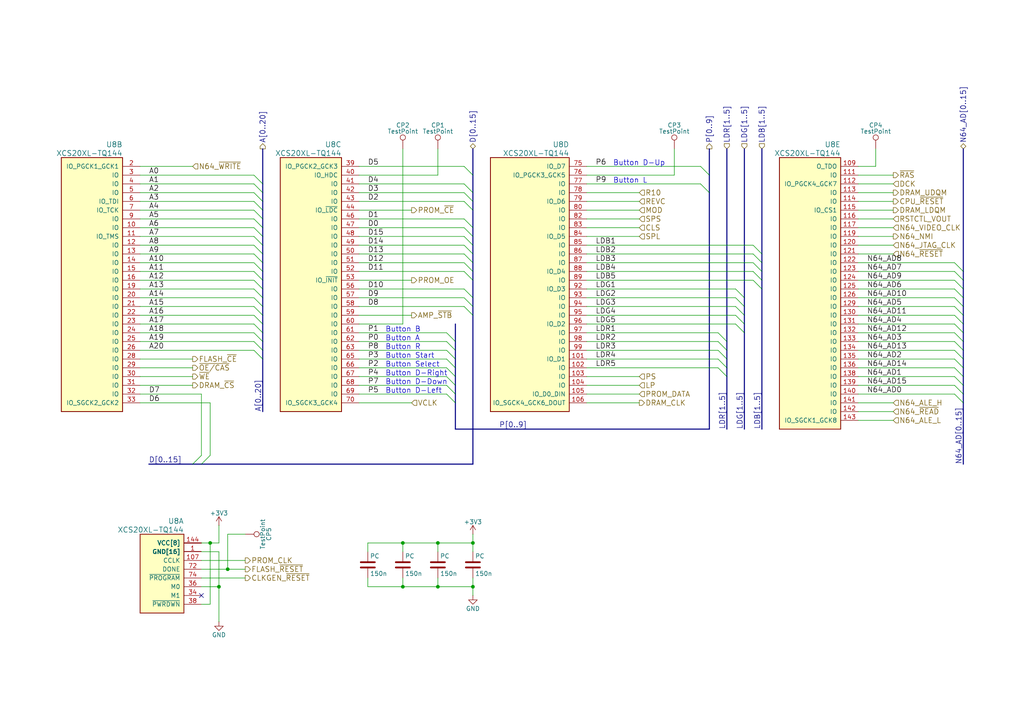
<source format=kicad_sch>
(kicad_sch (version 20231120) (generator "eeschema") (generator_version "8.0")
  (paper "A4")
  (title_block (title "Wide-Boy64 AGB") (date "2024-09-22") (rev "3") (company "CC-BY-SA-4.0 Michael Singer") (comment 1 "https://github.com/msinger/wideboy/") (comment 2 "http://iceboy.a-singer.de/"))
  (lib_symbols
    (symbol "Connector:TestPoint" (pin_numbers hide) (pin_names (offset 0.762) hide)
      (property "Reference" "TP" (at 0 6.858 0))
      (property "Value" "TestPoint" (at 0 5.08 0))
      (symbol "TestPoint_0_1"
        (circle (center 0 3.302) (radius 0.762))
      )
      (symbol "TestPoint_1_1"
        (pin passive line (at 0 0 90) (length 2.54) (name "1") (number "1"))
      )
    )
    (symbol "Device:C" (pin_numbers hide) (pin_names (offset 0.254))
      (property "Reference" "C" (at 0.635 2.54 0))
      (property "Value" "C" (at 0.635 -2.54 0))
      (symbol "C_0_1"
        (polyline (pts (xy -2.032 -0.762) (xy 2.032 -0.762)) (stroke (width 0.508)))
        (polyline (pts (xy -2.032 0.762) (xy 2.032 0.762)) (stroke (width 0.508)))
      )
      (symbol "C_1_1"
        (pin passive line (at 0 3.81 270) (length 2.794) (name "~") (number "1"))
        (pin passive line (at 0 -3.81 90) (length 2.794) (name "~") (number "2"))
      )
    )
    (symbol "FPGA_Xilinx_Spartan_XCS20:XCS20-TQ144" (pin_names (offset 1.016))
      (property "Reference" "U" (at 5.08 6.35 0))
      (property "Value" "XCS20-TQ144" (at 5.08 3.81 0))
      (symbol "XCS20-TQ144_1_1"
        (rectangle (start 5.08 2.54) (end 17.78 -20.32) (stroke (width 0.254)) (fill (type background)))
        (pin power_in line (at 0 -2.54 0) (length 5.08) (name "GND[16]") (number "1"))
        (pin power_in line (at 0 -2.54 0) (length 5.08) (name "GND[16]") (number "100"))
        (pin bidirectional line (at 0 -5.08 0) (length 5.08) (name "CCLK") (number "107"))
        (pin power_in line (at 0 0 0) (length 5.08) (name "VCC[8]") (number "108"))
        (pin power_in line (at 0 -2.54 0) (length 5.08) (name "GND[16]") (number "110"))
        (pin power_in line (at 0 -2.54 0) (length 5.08) (name "GND[16]") (number "118"))
        (pin power_in line (at 0 -2.54 0) (length 5.08) (name "GND[16]") (number "127"))
        (pin power_in line (at 0 0 0) (length 5.08) (name "VCC[8]") (number "128"))
        (pin power_in line (at 0 -2.54 0) (length 5.08) (name "GND[16]") (number "137"))
        (pin power_in line (at 0 0 0) (length 5.08) (name "VCC[8]") (number "144"))
        (pin power_in line (at 0 -2.54 0) (length 5.08) (name "GND[16]") (number "17"))
        (pin power_in line (at 0 0 0) (length 5.08) (name "VCC[8]") (number "18"))
        (pin power_in line (at 0 -2.54 0) (length 5.08) (name "GND[16]") (number "27"))
        (pin input line (at 0 -15.24 0) (length 5.08) (name "M1") (number "34"))
        (pin power_in line (at 0 -2.54 0) (length 5.08) (name "GND[16]") (number "35"))
        (pin input line (at 0 -12.7 0) (length 5.08) (name "M0") (number "36"))
        (pin power_in line (at 0 0 0) (length 5.08) (name "VCC[8]") (number "37"))
        (pin input line (at 0 -17.78 0) (length 5.08) (name "~{PWRDWN}") (number "38"))
        (pin power_in line (at 0 -2.54 0) (length 5.08) (name "GND[16]") (number "45"))
        (pin power_in line (at 0 0 0) (length 5.08) (name "VCC[8]") (number "54"))
        (pin power_in line (at 0 -2.54 0) (length 5.08) (name "GND[16]") (number "55"))
        (pin power_in line (at 0 -2.54 0) (length 5.08) (name "GND[16]") (number "64"))
        (pin power_in line (at 0 -2.54 0) (length 5.08) (name "GND[16]") (number "71"))
        (pin bidirectional line (at 0 -7.62 0) (length 5.08) (name "DONE") (number "72"))
        (pin power_in line (at 0 0 0) (length 5.08) (name "VCC[8]") (number "73"))
        (pin input line (at 0 -10.16 0) (length 5.08) (name "~{PROGRAM}") (number "74"))
        (pin power_in line (at 0 -2.54 0) (length 5.08) (name "GND[16]") (number "8"))
        (pin power_in line (at 0 -2.54 0) (length 5.08) (name "GND[16]") (number "81"))
        (pin power_in line (at 0 0 0) (length 5.08) (name "VCC[8]") (number "90"))
        (pin power_in line (at 0 -2.54 0) (length 5.08) (name "GND[16]") (number "91"))
      )
      (symbol "XCS20-TQ144_2_1"
        (rectangle (start 5.08 2.54) (end 22.86 -71.12) (stroke (width 0.254)) (fill (type background)))
        (pin bidirectional line (at 0 -17.78 0) (length 5.08) (name "IO") (number "10"))
        (pin bidirectional line (at 0 -20.32 0) (length 5.08) (name "IO_TMS") (number "11"))
        (pin bidirectional line (at 0 -22.86 0) (length 5.08) (name "IO") (number "12"))
        (pin bidirectional line (at 0 -25.4 0) (length 5.08) (name "IO") (number "13"))
        (pin bidirectional line (at 0 -27.94 0) (length 5.08) (name "IO") (number "14"))
        (pin bidirectional line (at 0 -30.48 0) (length 5.08) (name "IO") (number "15"))
        (pin bidirectional line (at 0 -33.02 0) (length 5.08) (name "IO") (number "16"))
        (pin bidirectional line (at 0 -35.56 0) (length 5.08) (name "IO") (number "19"))
        (pin bidirectional line (at 0 0 0) (length 5.08) (name "IO_PGCK1_GCK1") (number "2"))
        (pin bidirectional line (at 0 -38.1 0) (length 5.08) (name "IO") (number "20"))
        (pin bidirectional line (at 0 -40.64 0) (length 5.08) (name "IO") (number "21"))
        (pin bidirectional line (at 0 -43.18 0) (length 5.08) (name "IO") (number "22"))
        (pin bidirectional line (at 0 -45.72 0) (length 5.08) (name "IO") (number "23"))
        (pin bidirectional line (at 0 -48.26 0) (length 5.08) (name "IO") (number "24"))
        (pin bidirectional line (at 0 -50.8 0) (length 5.08) (name "IO") (number "25"))
        (pin bidirectional line (at 0 -53.34 0) (length 5.08) (name "IO") (number "26"))
        (pin bidirectional line (at 0 -55.88 0) (length 5.08) (name "IO") (number "28"))
        (pin bidirectional line (at 0 -58.42 0) (length 5.08) (name "IO") (number "29"))
        (pin bidirectional line (at 0 -2.54 0) (length 5.08) (name "IO") (number "3"))
        (pin bidirectional line (at 0 -60.96 0) (length 5.08) (name "IO") (number "30"))
        (pin bidirectional line (at 0 -63.5 0) (length 5.08) (name "IO") (number "31"))
        (pin bidirectional line (at 0 -66.04 0) (length 5.08) (name "IO") (number "32"))
        (pin bidirectional line (at 0 -68.58 0) (length 5.08) (name "IO_SGCK2_GCK2") (number "33"))
        (pin bidirectional line (at 0 -5.08 0) (length 5.08) (name "IO") (number "4"))
        (pin bidirectional line (at 0 -7.62 0) (length 5.08) (name "IO") (number "5"))
        (pin bidirectional line (at 0 -10.16 0) (length 5.08) (name "IO_TDI") (number "6"))
        (pin bidirectional line (at 0 -12.7 0) (length 5.08) (name "IO_TCK") (number "7"))
        (pin bidirectional line (at 0 -15.24 0) (length 5.08) (name "IO") (number "9"))
      )
      (symbol "XCS20-TQ144_3_1"
        (rectangle (start 5.08 2.54) (end 22.86 -71.12) (stroke (width 0.254)) (fill (type background)))
        (pin bidirectional line (at 0 0 0) (length 5.08) (name "IO_PGCK2_GCK3") (number "39"))
        (pin bidirectional line (at 0 -2.54 0) (length 5.08) (name "IO_HDC") (number "40"))
        (pin bidirectional line (at 0 -5.08 0) (length 5.08) (name "IO") (number "41"))
        (pin bidirectional line (at 0 -7.62 0) (length 5.08) (name "IO") (number "42"))
        (pin bidirectional line (at 0 -10.16 0) (length 5.08) (name "IO") (number "43"))
        (pin bidirectional line (at 0 -12.7 0) (length 5.08) (name "IO_~{LDC}") (number "44"))
        (pin bidirectional line (at 0 -15.24 0) (length 5.08) (name "IO") (number "46"))
        (pin bidirectional line (at 0 -17.78 0) (length 5.08) (name "IO") (number "47"))
        (pin bidirectional line (at 0 -20.32 0) (length 5.08) (name "IO") (number "48"))
        (pin bidirectional line (at 0 -22.86 0) (length 5.08) (name "IO") (number "49"))
        (pin bidirectional line (at 0 -25.4 0) (length 5.08) (name "IO") (number "50"))
        (pin bidirectional line (at 0 -27.94 0) (length 5.08) (name "IO") (number "51"))
        (pin bidirectional line (at 0 -30.48 0) (length 5.08) (name "IO") (number "52"))
        (pin bidirectional line (at 0 -33.02 0) (length 5.08) (name "IO_~{INIT}") (number "53"))
        (pin bidirectional line (at 0 -35.56 0) (length 5.08) (name "IO") (number "56"))
        (pin bidirectional line (at 0 -38.1 0) (length 5.08) (name "IO") (number "57"))
        (pin bidirectional line (at 0 -40.64 0) (length 5.08) (name "IO") (number "58"))
        (pin bidirectional line (at 0 -43.18 0) (length 5.08) (name "IO") (number "59"))
        (pin bidirectional line (at 0 -45.72 0) (length 5.08) (name "IO") (number "60"))
        (pin bidirectional line (at 0 -48.26 0) (length 5.08) (name "IO") (number "61"))
        (pin bidirectional line (at 0 -50.8 0) (length 5.08) (name "IO") (number "62"))
        (pin bidirectional line (at 0 -53.34 0) (length 5.08) (name "IO") (number "63"))
        (pin bidirectional line (at 0 -55.88 0) (length 5.08) (name "IO") (number "65"))
        (pin bidirectional line (at 0 -58.42 0) (length 5.08) (name "IO") (number "66"))
        (pin bidirectional line (at 0 -60.96 0) (length 5.08) (name "IO") (number "67"))
        (pin bidirectional line (at 0 -63.5 0) (length 5.08) (name "IO") (number "68"))
        (pin bidirectional line (at 0 -66.04 0) (length 5.08) (name "IO") (number "69"))
        (pin bidirectional line (at 0 -68.58 0) (length 5.08) (name "IO_SGCK3_GCK4") (number "70"))
      )
      (symbol "XCS20-TQ144_4_1"
        (rectangle (start 5.08 2.54) (end 27.94 -71.12) (stroke (width 0.254)) (fill (type background)))
        (pin bidirectional line (at 0 -55.88 0) (length 5.08) (name "IO_D1") (number "101"))
        (pin bidirectional line (at 0 -58.42 0) (length 5.08) (name "IO") (number "102"))
        (pin bidirectional line (at 0 -60.96 0) (length 5.08) (name "IO") (number "103"))
        (pin bidirectional line (at 0 -63.5 0) (length 5.08) (name "IO") (number "104"))
        (pin bidirectional line (at 0 -66.04 0) (length 5.08) (name "IO_D0_DIN") (number "105"))
        (pin bidirectional line (at 0 -68.58 0) (length 5.08) (name "IO_SGCK4_GCK6_DOUT") (number "106"))
        (pin bidirectional line (at 0 0 0) (length 5.08) (name "IO_D7") (number "75"))
        (pin bidirectional line (at 0 -2.54 0) (length 5.08) (name "IO_PGCK3_GCK5") (number "76"))
        (pin bidirectional line (at 0 -5.08 0) (length 5.08) (name "IO") (number "77"))
        (pin bidirectional line (at 0 -7.62 0) (length 5.08) (name "IO") (number "78"))
        (pin bidirectional line (at 0 -10.16 0) (length 5.08) (name "IO_D6") (number "79"))
        (pin bidirectional line (at 0 -12.7 0) (length 5.08) (name "IO") (number "80"))
        (pin bidirectional line (at 0 -15.24 0) (length 5.08) (name "IO") (number "82"))
        (pin bidirectional line (at 0 -17.78 0) (length 5.08) (name "IO") (number "83"))
        (pin bidirectional line (at 0 -20.32 0) (length 5.08) (name "IO_D5") (number "84"))
        (pin bidirectional line (at 0 -22.86 0) (length 5.08) (name "IO") (number "85"))
        (pin bidirectional line (at 0 -25.4 0) (length 5.08) (name "IO") (number "86"))
        (pin bidirectional line (at 0 -27.94 0) (length 5.08) (name "IO") (number "87"))
        (pin bidirectional line (at 0 -30.48 0) (length 5.08) (name "IO_D4") (number "88"))
        (pin bidirectional line (at 0 -33.02 0) (length 5.08) (name "IO") (number "89"))
        (pin bidirectional line (at 0 -35.56 0) (length 5.08) (name "IO_D3") (number "92"))
        (pin bidirectional line (at 0 -38.1 0) (length 5.08) (name "IO") (number "93"))
        (pin bidirectional line (at 0 -40.64 0) (length 5.08) (name "IO") (number "94"))
        (pin bidirectional line (at 0 -43.18 0) (length 5.08) (name "IO") (number "95"))
        (pin bidirectional line (at 0 -45.72 0) (length 5.08) (name "IO_D2") (number "96"))
        (pin bidirectional line (at 0 -48.26 0) (length 5.08) (name "IO") (number "97"))
        (pin bidirectional line (at 0 -50.8 0) (length 5.08) (name "IO") (number "98"))
        (pin bidirectional line (at 0 -53.34 0) (length 5.08) (name "IO") (number "99"))
      )
      (symbol "XCS20-TQ144_5_1"
        (rectangle (start 5.08 2.54) (end 22.86 -76.2) (stroke (width 0.254)) (fill (type background)))
        (pin output line (at 0 0 0) (length 5.08) (name "O_TDO") (number "109"))
        (pin bidirectional line (at 0 -2.54 0) (length 5.08) (name "IO") (number "111"))
        (pin bidirectional line (at 0 -5.08 0) (length 5.08) (name "IO_PGCK4_GCK7") (number "112"))
        (pin bidirectional line (at 0 -7.62 0) (length 5.08) (name "IO") (number "113"))
        (pin bidirectional line (at 0 -10.16 0) (length 5.08) (name "IO") (number "114"))
        (pin bidirectional line (at 0 -12.7 0) (length 5.08) (name "IO_CS1") (number "115"))
        (pin bidirectional line (at 0 -15.24 0) (length 5.08) (name "IO") (number "116"))
        (pin bidirectional line (at 0 -17.78 0) (length 5.08) (name "IO") (number "117"))
        (pin bidirectional line (at 0 -20.32 0) (length 5.08) (name "IO") (number "119"))
        (pin bidirectional line (at 0 -22.86 0) (length 5.08) (name "IO") (number "120"))
        (pin bidirectional line (at 0 -25.4 0) (length 5.08) (name "IO") (number "121"))
        (pin bidirectional line (at 0 -27.94 0) (length 5.08) (name "IO") (number "122"))
        (pin bidirectional line (at 0 -30.48 0) (length 5.08) (name "IO") (number "123"))
        (pin bidirectional line (at 0 -33.02 0) (length 5.08) (name "IO") (number "124"))
        (pin bidirectional line (at 0 -35.56 0) (length 5.08) (name "IO") (number "125"))
        (pin bidirectional line (at 0 -38.1 0) (length 5.08) (name "IO") (number "126"))
        (pin bidirectional line (at 0 -40.64 0) (length 5.08) (name "IO") (number "129"))
        (pin bidirectional line (at 0 -43.18 0) (length 5.08) (name "IO") (number "130"))
        (pin bidirectional line (at 0 -45.72 0) (length 5.08) (name "IO") (number "131"))
        (pin bidirectional line (at 0 -48.26 0) (length 5.08) (name "IO") (number "132"))
        (pin bidirectional line (at 0 -50.8 0) (length 5.08) (name "IO") (number "133"))
        (pin bidirectional line (at 0 -53.34 0) (length 5.08) (name "IO") (number "134"))
        (pin bidirectional line (at 0 -55.88 0) (length 5.08) (name "IO") (number "135"))
        (pin bidirectional line (at 0 -58.42 0) (length 5.08) (name "IO") (number "136"))
        (pin bidirectional line (at 0 -60.96 0) (length 5.08) (name "IO") (number "138"))
        (pin bidirectional line (at 0 -63.5 0) (length 5.08) (name "IO") (number "139"))
        (pin bidirectional line (at 0 -66.04 0) (length 5.08) (name "IO") (number "140"))
        (pin bidirectional line (at 0 -68.58 0) (length 5.08) (name "IO") (number "141"))
        (pin bidirectional line (at 0 -71.12 0) (length 5.08) (name "IO") (number "142"))
        (pin bidirectional line (at 0 -73.66 0) (length 5.08) (name "IO_SGCK1_GCK8") (number "143"))
      )
    )
    (symbol "power:+3V3" (power) (pin_numbers hide) (pin_names (offset 0) hide)
      (property "Value" "+3V3" (at 0 3.556 0))
      (symbol "+3V3_0_1"
        (polyline (pts (xy -0.762 1.27) (xy 0 2.54)))
        (polyline (pts (xy 0 0) (xy 0 2.54)))
        (polyline (pts (xy 0 2.54) (xy 0.762 1.27)))
      )
      (symbol "+3V3_1_1"
        (pin power_in line (at 0 0 90) (length 0) (name "~") (number "1"))
      )
    )
    (symbol "power:GND" (power) (pin_numbers hide) (pin_names (offset 0) hide)
      (property "Value" "GND" (at 0 -3.81 0))
      (symbol "GND_0_1"
        (polyline (pts (xy 0 0) (xy 0 -1.27) (xy 1.27 -1.27) (xy 0 -2.54) (xy -1.27 -1.27) (xy 0 -1.27)))
      )
      (symbol "GND_1_1"
        (pin power_in line (at 0 0 270) (length 0) (name "~") (number "1"))
      )
    )
  )
  (junction (at 137.16 157.48))
  (junction (at 127 157.48))
  (junction (at 116.84 170.18))
  (junction (at 116.84 157.48))
  (junction (at 137.16 170.18))
  (junction (at 60.96 157.48))
  (junction (at 127 170.18))
  (junction (at 66.04 165.1))
  (junction (at 63.5 170.18))
  (no_connect (at 58.42 172.72))
  (bus_entry (at 129.54 96.52) (size 2.54 2.54))
  (bus_entry (at 134.62 53.34) (size 2.54 2.54))
  (bus_entry (at 73.66 71.12) (size 2.54 2.54))
  (bus_entry (at 203.2 53.34) (size 2.54 2.54))
  (bus_entry (at 208.28 106.68) (size 2.54 2.54))
  (bus_entry (at 276.86 111.76) (size 2.54 2.54))
  (bus_entry (at 73.66 50.8) (size 2.54 2.54))
  (bus_entry (at 134.62 66.04) (size 2.54 2.54))
  (bus_entry (at 129.54 109.22) (size 2.54 2.54))
  (bus_entry (at 276.86 104.14) (size 2.54 2.54))
  (bus_entry (at 134.62 58.42) (size 2.54 2.54))
  (bus_entry (at 276.86 109.22) (size 2.54 2.54))
  (bus_entry (at 73.66 83.82) (size 2.54 2.54))
  (bus_entry (at 73.66 73.66) (size 2.54 2.54))
  (bus_entry (at 134.62 73.66) (size 2.54 2.54))
  (bus_entry (at 218.44 78.74) (size 2.54 2.54))
  (bus_entry (at 129.54 106.68) (size 2.54 2.54))
  (bus_entry (at 276.86 83.82) (size 2.54 2.54))
  (bus_entry (at 218.44 76.2) (size 2.54 2.54))
  (bus_entry (at 129.54 101.6) (size 2.54 2.54))
  (bus_entry (at 73.66 78.74) (size 2.54 2.54))
  (bus_entry (at 129.54 114.3) (size 2.54 2.54))
  (bus_entry (at 134.62 86.36) (size 2.54 2.54))
  (bus_entry (at 73.66 66.04) (size 2.54 2.54))
  (bus_entry (at 73.66 55.88) (size 2.54 2.54))
  (bus_entry (at 73.66 68.58) (size 2.54 2.54))
  (bus_entry (at 134.62 71.12) (size 2.54 2.54))
  (bus_entry (at 73.66 96.52) (size 2.54 2.54))
  (bus_entry (at 218.44 71.12) (size 2.54 2.54))
  (bus_entry (at 129.54 99.06) (size 2.54 2.54))
  (bus_entry (at 276.86 78.74) (size 2.54 2.54))
  (bus_entry (at 208.28 101.6) (size 2.54 2.54))
  (bus_entry (at 213.36 86.36) (size 2.54 2.54))
  (bus_entry (at 73.66 93.98) (size 2.54 2.54))
  (bus_entry (at 73.66 91.44) (size 2.54 2.54))
  (bus_entry (at 208.28 96.52) (size 2.54 2.54))
  (bus_entry (at 203.2 48.26) (size 2.54 2.54))
  (bus_entry (at 73.66 81.28) (size 2.54 2.54))
  (bus_entry (at 218.44 81.28) (size 2.54 2.54))
  (bus_entry (at 218.44 73.66) (size 2.54 2.54))
  (bus_entry (at 276.86 114.3) (size 2.54 2.54))
  (bus_entry (at 276.86 106.68) (size 2.54 2.54))
  (bus_entry (at 134.62 63.5) (size 2.54 2.54))
  (bus_entry (at 276.86 101.6) (size 2.54 2.54))
  (bus_entry (at 276.86 91.44) (size 2.54 2.54))
  (bus_entry (at 213.36 91.44) (size 2.54 2.54))
  (bus_entry (at 276.86 96.52) (size 2.54 2.54))
  (bus_entry (at 73.66 63.5) (size 2.54 2.54))
  (bus_entry (at 73.66 101.6) (size 2.54 2.54))
  (bus_entry (at 134.62 76.2) (size 2.54 2.54))
  (bus_entry (at 73.66 76.2) (size 2.54 2.54))
  (bus_entry (at 213.36 93.98) (size 2.54 2.54))
  (bus_entry (at 129.54 111.76) (size 2.54 2.54))
  (bus_entry (at 134.62 83.82) (size 2.54 2.54))
  (bus_entry (at 276.86 88.9) (size 2.54 2.54))
  (bus_entry (at 73.66 86.36) (size 2.54 2.54))
  (bus_entry (at 73.66 53.34) (size 2.54 2.54))
  (bus_entry (at 55.88 134.62) (size 2.54 -2.54))
  (bus_entry (at 134.62 88.9) (size 2.54 2.54))
  (bus_entry (at 134.62 78.74) (size 2.54 2.54))
  (bus_entry (at 276.86 93.98) (size 2.54 2.54))
  (bus_entry (at 276.86 86.36) (size 2.54 2.54))
  (bus_entry (at 134.62 55.88) (size 2.54 2.54))
  (bus_entry (at 276.86 81.28) (size 2.54 2.54))
  (bus_entry (at 213.36 83.82) (size 2.54 2.54))
  (bus_entry (at 213.36 88.9) (size 2.54 2.54))
  (bus_entry (at 73.66 88.9) (size 2.54 2.54))
  (bus_entry (at 208.28 99.06) (size 2.54 2.54))
  (bus_entry (at 73.66 99.06) (size 2.54 2.54))
  (bus_entry (at 276.86 99.06) (size 2.54 2.54))
  (bus_entry (at 134.62 68.58) (size 2.54 2.54))
  (bus_entry (at 276.86 76.2) (size 2.54 2.54))
  (bus_entry (at 73.66 58.42) (size 2.54 2.54))
  (bus_entry (at 134.62 48.26) (size 2.54 2.54))
  (bus_entry (at 129.54 104.14) (size 2.54 2.54))
  (bus_entry (at 208.28 104.14) (size 2.54 2.54))
  (bus_entry (at 73.66 60.96) (size 2.54 2.54))
  (bus_entry (at 58.42 134.62) (size 2.54 -2.54))
  (bus (pts (xy 132.08 106.68) (xy 132.08 109.22)))
  (wire (pts (xy 208.28 96.52) (xy 170.18 96.52)))
  (wire (pts (xy 73.66 86.36) (xy 40.64 86.36)))
  (wire (pts (xy 73.66 63.5) (xy 40.64 63.5)))
  (bus (pts (xy 215.9 86.36) (xy 215.9 88.9)))
  (wire (pts (xy 104.14 116.84) (xy 119.38 116.84)))
  (bus (pts (xy 279.4 114.3) (xy 279.4 116.84)))
  (wire (pts (xy 129.54 106.68) (xy 104.14 106.68)))
  (wire (pts (xy 73.66 68.58) (xy 40.64 68.58)))
  (wire (pts (xy 73.66 73.66) (xy 40.64 73.66)))
  (wire (pts (xy 73.66 66.04) (xy 40.64 66.04)))
  (bus (pts (xy 220.98 81.28) (xy 220.98 83.82)))
  (wire (pts (xy 127 167.64) (xy 127 170.18)))
  (wire (pts (xy 134.62 78.74) (xy 104.14 78.74)))
  (wire (pts (xy 127 170.18) (xy 116.84 170.18)))
  (wire (pts (xy 127 157.48) (xy 137.16 157.48)))
  (bus (pts (xy 76.2 66.04) (xy 76.2 68.58)))
  (wire (pts (xy 208.28 99.06) (xy 170.18 99.06)))
  (wire (pts (xy 276.86 88.9) (xy 248.92 88.9)))
  (wire (pts (xy 129.54 114.3) (xy 104.14 114.3)))
  (bus (pts (xy 137.16 88.9) (xy 137.16 86.36)))
  (wire (pts (xy 276.86 76.2) (xy 248.92 76.2)))
  (wire (pts (xy 276.86 86.36) (xy 248.92 86.36)))
  (wire (pts (xy 66.04 154.94) (xy 66.04 165.1)))
  (bus (pts (xy 279.4 91.44) (xy 279.4 93.98)))
  (wire (pts (xy 170.18 58.42) (xy 185.42 58.42)))
  (bus (pts (xy 43.18 134.62) (xy 55.88 134.62)))
  (wire (pts (xy 208.28 104.14) (xy 170.18 104.14)))
  (wire (pts (xy 127 157.48) (xy 127 160.02)))
  (bus (pts (xy 210.82 99.06) (xy 210.82 101.6)))
  (bus (pts (xy 76.2 73.66) (xy 76.2 76.2)))
  (wire (pts (xy 185.42 55.88) (xy 170.18 55.88)))
  (bus (pts (xy 132.08 99.06) (xy 132.08 101.6)))
  (bus (pts (xy 132.08 124.46) (xy 205.74 124.46)))
  (wire (pts (xy 58.42 160.02) (xy 63.5 160.02)))
  (wire (pts (xy 254 43.18) (xy 254 48.26)))
  (wire (pts (xy 203.2 48.26) (xy 170.18 48.26)))
  (bus (pts (xy 76.2 91.44) (xy 76.2 93.98)))
  (wire (pts (xy 170.18 50.8) (xy 195.58 50.8)))
  (wire (pts (xy 134.62 48.26) (xy 104.14 48.26)))
  (wire (pts (xy 134.62 53.34) (xy 104.14 53.34)))
  (wire (pts (xy 276.86 83.82) (xy 248.92 83.82)))
  (wire (pts (xy 60.96 132.08) (xy 60.96 116.84)))
  (bus (pts (xy 220.98 78.74) (xy 220.98 81.28)))
  (wire (pts (xy 71.12 154.94) (xy 66.04 154.94)))
  (wire (pts (xy 134.62 73.66) (xy 104.14 73.66)))
  (wire (pts (xy 73.66 96.52) (xy 40.64 96.52)))
  (wire (pts (xy 129.54 111.76) (xy 104.14 111.76)))
  (wire (pts (xy 73.66 50.8) (xy 40.64 50.8)))
  (bus (pts (xy 137.16 86.36) (xy 137.16 81.28)))
  (wire (pts (xy 58.42 175.26) (xy 60.96 175.26)))
  (bus (pts (xy 76.2 55.88) (xy 76.2 58.42)))
  (bus (pts (xy 76.2 83.82) (xy 76.2 86.36)))
  (wire (pts (xy 63.5 160.02) (xy 63.5 170.18)))
  (bus (pts (xy 76.2 71.12) (xy 76.2 73.66)))
  (bus (pts (xy 210.82 104.14) (xy 210.82 106.68)))
  (wire (pts (xy 203.2 53.34) (xy 170.18 53.34)))
  (bus (pts (xy 137.16 91.44) (xy 137.16 88.9)))
  (bus (pts (xy 220.98 43.18) (xy 220.98 73.66)))
  (wire (pts (xy 259.08 60.96) (xy 248.92 60.96)))
  (wire (pts (xy 276.86 106.68) (xy 248.92 106.68)))
  (wire (pts (xy 276.86 93.98) (xy 248.92 93.98)))
  (bus (pts (xy 220.98 83.82) (xy 220.98 124.46)))
  (wire (pts (xy 73.66 55.88) (xy 40.64 55.88)))
  (bus (pts (xy 137.16 73.66) (xy 137.16 71.12)))
  (bus (pts (xy 205.74 50.8) (xy 205.74 43.18)))
  (wire (pts (xy 58.42 157.48) (xy 60.96 157.48)))
  (bus (pts (xy 76.2 99.06) (xy 76.2 101.6)))
  (bus (pts (xy 279.4 111.76) (xy 279.4 114.3)))
  (wire (pts (xy 60.96 175.26) (xy 60.96 157.48)))
  (wire (pts (xy 55.88 104.14) (xy 40.64 104.14)))
  (wire (pts (xy 134.62 63.5) (xy 104.14 63.5)))
  (bus (pts (xy 137.16 134.62) (xy 137.16 91.44)))
  (wire (pts (xy 116.84 160.02) (xy 116.84 157.48)))
  (bus (pts (xy 279.4 43.18) (xy 279.4 78.74)))
  (wire (pts (xy 73.66 83.82) (xy 40.64 83.82)))
  (bus (pts (xy 279.4 109.22) (xy 279.4 111.76)))
  (wire (pts (xy 134.62 71.12) (xy 104.14 71.12)))
  (wire (pts (xy 129.54 104.14) (xy 104.14 104.14)))
  (wire (pts (xy 276.86 81.28) (xy 248.92 81.28)))
  (wire (pts (xy 73.66 53.34) (xy 40.64 53.34)))
  (wire (pts (xy 276.86 99.06) (xy 248.92 99.06)))
  (wire (pts (xy 116.84 157.48) (xy 127 157.48)))
  (bus (pts (xy 55.88 134.62) (xy 58.42 134.62)))
  (wire (pts (xy 134.62 86.36) (xy 104.14 86.36)))
  (wire (pts (xy 73.66 58.42) (xy 40.64 58.42)))
  (wire (pts (xy 137.16 157.48) (xy 137.16 160.02)))
  (bus (pts (xy 137.16 66.04) (xy 137.16 60.96)))
  (bus (pts (xy 205.74 55.88) (xy 205.74 50.8)))
  (wire (pts (xy 137.16 170.18) (xy 127 170.18)))
  (bus (pts (xy 215.9 91.44) (xy 215.9 93.98)))
  (bus (pts (xy 279.4 81.28) (xy 279.4 83.82)))
  (bus (pts (xy 76.2 63.5) (xy 76.2 66.04)))
  (wire (pts (xy 134.62 66.04) (xy 104.14 66.04)))
  (wire (pts (xy 276.86 78.74) (xy 248.92 78.74)))
  (wire (pts (xy 73.66 101.6) (xy 40.64 101.6)))
  (wire (pts (xy 58.42 165.1) (xy 66.04 165.1)))
  (bus (pts (xy 215.9 43.18) (xy 215.9 86.36)))
  (wire (pts (xy 185.42 66.04) (xy 170.18 66.04)))
  (wire (pts (xy 106.68 157.48) (xy 116.84 157.48)))
  (bus (pts (xy 76.2 86.36) (xy 76.2 88.9)))
  (bus (pts (xy 76.2 43.18) (xy 76.2 53.34)))
  (bus (pts (xy 279.4 104.14) (xy 279.4 106.68)))
  (bus (pts (xy 76.2 93.98) (xy 76.2 96.52)))
  (wire (pts (xy 55.88 109.22) (xy 40.64 109.22)))
  (bus (pts (xy 76.2 60.96) (xy 76.2 63.5)))
  (wire (pts (xy 106.68 170.18) (xy 106.68 167.64)))
  (wire (pts (xy 58.42 170.18) (xy 63.5 170.18)))
  (wire (pts (xy 259.08 50.8) (xy 248.92 50.8)))
  (wire (pts (xy 40.64 111.76) (xy 55.88 111.76)))
  (bus (pts (xy 132.08 116.84) (xy 132.08 124.46)))
  (bus (pts (xy 137.16 68.58) (xy 137.16 66.04)))
  (bus (pts (xy 279.4 116.84) (xy 279.4 134.62)))
  (bus (pts (xy 279.4 93.98) (xy 279.4 96.52)))
  (wire (pts (xy 73.66 60.96) (xy 40.64 60.96)))
  (bus (pts (xy 137.16 81.28) (xy 137.16 78.74)))
  (bus (pts (xy 132.08 114.3) (xy 132.08 116.84)))
  (wire (pts (xy 170.18 73.66) (xy 218.44 73.66)))
  (wire (pts (xy 116.84 93.98) (xy 116.84 43.18)))
  (wire (pts (xy 195.58 50.8) (xy 195.58 43.18)))
  (bus (pts (xy 210.82 43.18) (xy 210.82 99.06)))
  (wire (pts (xy 73.66 76.2) (xy 40.64 76.2)))
  (bus (pts (xy 137.16 71.12) (xy 137.16 68.58)))
  (wire (pts (xy 248.92 58.42) (xy 259.08 58.42)))
  (wire (pts (xy 276.86 111.76) (xy 248.92 111.76)))
  (bus (pts (xy 76.2 68.58) (xy 76.2 71.12)))
  (wire (pts (xy 213.36 93.98) (xy 170.18 93.98)))
  (bus (pts (xy 76.2 58.42) (xy 76.2 60.96)))
  (bus (pts (xy 137.16 55.88) (xy 137.16 50.8)))
  (bus (pts (xy 215.9 88.9) (xy 215.9 91.44)))
  (wire (pts (xy 276.86 96.52) (xy 248.92 96.52)))
  (wire (pts (xy 71.12 162.56) (xy 58.42 162.56)))
  (wire (pts (xy 104.14 96.52) (xy 129.54 96.52)))
  (wire (pts (xy 134.62 88.9) (xy 104.14 88.9)))
  (wire (pts (xy 129.54 99.06) (xy 104.14 99.06)))
  (wire (pts (xy 170.18 109.22) (xy 185.42 109.22)))
  (wire (pts (xy 213.36 83.82) (xy 170.18 83.82)))
  (wire (pts (xy 137.16 170.18) (xy 137.16 172.72)))
  (wire (pts (xy 73.66 91.44) (xy 40.64 91.44)))
  (wire (pts (xy 259.08 68.58) (xy 248.92 68.58)))
  (bus (pts (xy 205.74 124.46) (xy 205.74 55.88)))
  (bus (pts (xy 279.4 83.82) (xy 279.4 86.36)))
  (bus (pts (xy 132.08 93.98) (xy 132.08 99.06)))
  (bus (pts (xy 279.4 96.52) (xy 279.4 99.06)))
  (bus (pts (xy 76.2 88.9) (xy 76.2 91.44)))
  (wire (pts (xy 129.54 101.6) (xy 104.14 101.6)))
  (wire (pts (xy 73.66 99.06) (xy 40.64 99.06)))
  (wire (pts (xy 60.96 116.84) (xy 40.64 116.84)))
  (wire (pts (xy 134.62 68.58) (xy 104.14 68.58)))
  (wire (pts (xy 134.62 83.82) (xy 104.14 83.82)))
  (bus (pts (xy 210.82 109.22) (xy 210.82 124.46)))
  (bus (pts (xy 279.4 78.74) (xy 279.4 81.28)))
  (wire (pts (xy 104.14 93.98) (xy 116.84 93.98)))
  (wire (pts (xy 66.04 165.1) (xy 71.12 165.1)))
  (wire (pts (xy 73.66 81.28) (xy 40.64 81.28)))
  (wire (pts (xy 208.28 106.68) (xy 170.18 106.68)))
  (wire (pts (xy 213.36 88.9) (xy 170.18 88.9)))
  (wire (pts (xy 137.16 154.94) (xy 137.16 157.48)))
  (wire (pts (xy 170.18 78.74) (xy 218.44 78.74)))
  (wire (pts (xy 170.18 81.28) (xy 218.44 81.28)))
  (wire (pts (xy 129.54 109.22) (xy 104.14 109.22)))
  (bus (pts (xy 132.08 104.14) (xy 132.08 106.68)))
  (wire (pts (xy 208.28 101.6) (xy 170.18 101.6)))
  (bus (pts (xy 137.16 50.8) (xy 137.16 43.18)))
  (wire (pts (xy 170.18 63.5) (xy 185.42 63.5)))
  (wire (pts (xy 73.66 88.9) (xy 40.64 88.9)))
  (bus (pts (xy 76.2 104.14) (xy 76.2 119.38)))
  (wire (pts (xy 58.42 114.3) (xy 58.42 132.08)))
  (wire (pts (xy 259.08 55.88) (xy 248.92 55.88)))
  (bus (pts (xy 76.2 81.28) (xy 76.2 83.82)))
  (bus (pts (xy 132.08 101.6) (xy 132.08 104.14)))
  (wire (pts (xy 116.84 167.64) (xy 116.84 170.18)))
  (wire (pts (xy 137.16 167.64) (xy 137.16 170.18)))
  (bus (pts (xy 132.08 109.22) (xy 132.08 111.76)))
  (wire (pts (xy 259.08 119.38) (xy 248.92 119.38)))
  (wire (pts (xy 213.36 91.44) (xy 170.18 91.44)))
  (bus (pts (xy 279.4 88.9) (xy 279.4 91.44)))
  (bus (pts (xy 76.2 53.34) (xy 76.2 55.88)))
  (bus (pts (xy 210.82 101.6) (xy 210.82 104.14)))
  (wire (pts (xy 134.62 55.88) (xy 104.14 55.88)))
  (wire (pts (xy 185.42 114.3) (xy 170.18 114.3)))
  (wire (pts (xy 116.84 170.18) (xy 106.68 170.18)))
  (wire (pts (xy 73.66 71.12) (xy 40.64 71.12)))
  (wire (pts (xy 276.86 114.3) (xy 248.92 114.3)))
  (wire (pts (xy 40.64 106.68) (xy 55.88 106.68)))
  (wire (pts (xy 40.64 114.3) (xy 58.42 114.3)))
  (wire (pts (xy 119.38 81.28) (xy 104.14 81.28)))
  (bus (pts (xy 137.16 78.74) (xy 137.16 76.2)))
  (wire (pts (xy 134.62 76.2) (xy 104.14 76.2)))
  (bus (pts (xy 137.16 60.96) (xy 137.16 58.42)))
  (wire (pts (xy 106.68 160.02) (xy 106.68 157.48)))
  (bus (pts (xy 76.2 76.2) (xy 76.2 78.74)))
  (wire (pts (xy 170.18 68.58) (xy 185.42 68.58)))
  (wire (pts (xy 104.14 50.8) (xy 127 50.8)))
  (wire (pts (xy 170.18 71.12) (xy 218.44 71.12)))
  (wire (pts (xy 213.36 86.36) (xy 170.18 86.36)))
  (wire (pts (xy 248.92 71.12) (xy 259.08 71.12)))
  (wire (pts (xy 248.92 66.04) (xy 259.08 66.04)))
  (wire (pts (xy 254 48.26) (xy 248.92 48.26)))
  (wire (pts (xy 40.64 48.26) (xy 55.88 48.26)))
  (bus (pts (xy 215.9 93.98) (xy 215.9 96.52)))
  (wire (pts (xy 185.42 111.76) (xy 170.18 111.76)))
  (wire (pts (xy 119.38 91.44) (xy 104.14 91.44)))
  (bus (pts (xy 210.82 106.68) (xy 210.82 109.22)))
  (wire (pts (xy 248.92 53.34) (xy 259.08 53.34)))
  (bus (pts (xy 76.2 78.74) (xy 76.2 81.28)))
  (bus (pts (xy 279.4 106.68) (xy 279.4 109.22)))
  (bus (pts (xy 76.2 96.52) (xy 76.2 99.06)))
  (wire (pts (xy 276.86 104.14) (xy 248.92 104.14)))
  (bus (pts (xy 215.9 96.52) (xy 215.9 124.46)))
  (bus (pts (xy 220.98 73.66) (xy 220.98 76.2)))
  (wire (pts (xy 248.92 121.92) (xy 259.08 121.92)))
  (wire (pts (xy 127 50.8) (xy 127 43.18)))
  (wire (pts (xy 119.38 60.96) (xy 104.14 60.96)))
  (wire (pts (xy 63.5 157.48) (xy 63.5 152.4)))
  (wire (pts (xy 185.42 60.96) (xy 170.18 60.96)))
  (wire (pts (xy 170.18 76.2) (xy 218.44 76.2)))
  (wire (pts (xy 248.92 116.84) (xy 259.08 116.84)))
  (bus (pts (xy 279.4 101.6) (xy 279.4 104.14)))
  (bus (pts (xy 137.16 58.42) (xy 137.16 55.88)))
  (wire (pts (xy 58.42 167.64) (xy 71.12 167.64)))
  (wire (pts (xy 276.86 91.44) (xy 248.92 91.44)))
  (wire (pts (xy 170.18 116.84) (xy 185.42 116.84)))
  (bus (pts (xy 220.98 76.2) (xy 220.98 78.74)))
  (bus (pts (xy 279.4 99.06) (xy 279.4 101.6)))
  (wire (pts (xy 73.66 93.98) (xy 40.64 93.98)))
  (bus (pts (xy 76.2 101.6) (xy 76.2 104.14)))
  (wire (pts (xy 63.5 170.18) (xy 63.5 180.34)))
  (wire (pts (xy 276.86 109.22) (xy 248.92 109.22)))
  (bus (pts (xy 58.42 134.62) (xy 137.16 134.62)))
  (wire (pts (xy 276.86 101.6) (xy 248.92 101.6)))
  (wire (pts (xy 60.96 157.48) (xy 63.5 157.48)))
  (wire (pts (xy 259.08 63.5) (xy 248.92 63.5)))
  (wire (pts (xy 259.08 73.66) (xy 248.92 73.66)))
  (bus (pts (xy 132.08 111.76) (xy 132.08 114.3)))
  (wire (pts (xy 73.66 78.74) (xy 40.64 78.74)))
  (bus (pts (xy 137.16 76.2) (xy 137.16 73.66)))
  (wire (pts (xy 134.62 58.42) (xy 104.14 58.42)))
  (bus (pts (xy 279.4 86.36) (xy 279.4 88.9)))
  (text "Button D-Right" (at 111.76 109.22 0) (effects (font (size 1.524 1.524)) (justify left bottom)))
  (text "Button D-Down" (at 111.76 111.76 0) (effects (font (size 1.524 1.524)) (justify left bottom)))
  (text "Button Start" (at 111.76 104.14 0) (effects (font (size 1.524 1.524)) (justify left bottom)))
  (text "Button B" (at 111.76 96.52 0) (effects (font (size 1.524 1.524)) (justify left bottom)))
  (text "Button D-Left" (at 111.76 114.3 0) (effects (font (size 1.524 1.524)) (justify left bottom)))
  (text "Button R" (at 111.76 101.6 0) (effects (font (size 1.524 1.524)) (justify left bottom)))
  (text "Button D-Up" (at 177.8 48.26 0) (effects (font (size 1.524 1.524)) (justify left bottom)))
  (text "Button L" (at 177.8 53.34 0) (effects (font (size 1.524 1.524)) (justify left bottom)))
  (text "Button Select" (at 111.76 106.68 0) (effects (font (size 1.524 1.524)) (justify left bottom)))
  (text "Button A" (at 111.76 99.06 0) (effects (font (size 1.524 1.524)) (justify left bottom)))
  (label "D12" (at 106.68 76.2 0) (effects (font (size 1.524 1.524))))
  (label "A7" (at 43.18 68.58 0) (effects (font (size 1.524 1.524))))
  (label "P7" (at 106.68 111.76 0) (effects (font (size 1.524 1.524))))
  (label "D7" (at 43.18 114.3 0) (effects (font (size 1.524 1.524))))
  (label "LDG1" (at 172.72 83.82 0) (effects (font (size 1.524 1.524))))
  (label "N64_AD7" (at 251.46 78.74 0) (effects (font (size 1.524 1.524))))
  (label "N64_AD1" (at 251.46 109.22 0) (effects (font (size 1.524 1.524))))
  (label "A0" (at 43.18 50.8 0) (effects (font (size 1.524 1.524))))
  (label "P5" (at 106.68 114.3 0) (effects (font (size 1.524 1.524))))
  (label "LDR3" (at 172.72 101.6 0) (effects (font (size 1.524 1.524))))
  (label "A13" (at 43.18 83.82 0) (effects (font (size 1.524 1.524))))
  (label "N64_AD14" (at 251.46 106.68 0) (effects (font (size 1.524 1.524))))
  (label "LDR[1..5]" (at 210.82 124.46 90) (effects (font (size 1.524 1.524))))
  (label "A19" (at 43.18 99.06 0) (effects (font (size 1.524 1.524))))
  (label "D14" (at 106.68 71.12 0) (effects (font (size 1.524 1.524))))
  (label "LDG4" (at 172.72 91.44 0) (effects (font (size 1.524 1.524))))
  (label "N64_AD11" (at 251.46 91.44 0) (effects (font (size 1.524 1.524))))
  (label "A15" (at 43.18 88.9 0) (effects (font (size 1.524 1.524))))
  (label "LDB5" (at 172.72 81.28 0) (effects (font (size 1.524 1.524))))
  (label "D2" (at 106.68 58.42 0) (effects (font (size 1.524 1.524))))
  (label "P6" (at 172.72 48.26 0) (effects (font (size 1.524 1.524))))
  (label "LDB1" (at 172.72 71.12 0) (effects (font (size 1.524 1.524))))
  (label "P0" (at 106.68 99.06 0) (effects (font (size 1.524 1.524))))
  (label "P[0..9]" (at 144.78 124.46 0) (effects (font (size 1.524 1.524))))
  (label "A4" (at 43.18 60.96 0) (effects (font (size 1.524 1.524))))
  (label "A14" (at 43.18 86.36 0) (effects (font (size 1.524 1.524))))
  (label "LDR2" (at 172.72 99.06 0) (effects (font (size 1.524 1.524))))
  (label "N64_AD13" (at 251.46 101.6 0) (effects (font (size 1.524 1.524))))
  (label "D8" (at 106.68 88.9 0) (effects (font (size 1.524 1.524))))
  (label "LDG3" (at 172.72 88.9 0) (effects (font (size 1.524 1.524))))
  (label "N64_AD2" (at 251.46 104.14 0) (effects (font (size 1.524 1.524))))
  (label "N64_AD8" (at 251.46 76.2 0) (effects (font (size 1.524 1.524))))
  (label "A16" (at 43.18 91.44 0) (effects (font (size 1.524 1.524))))
  (label "P9" (at 172.72 53.34 0) (effects (font (size 1.524 1.524))))
  (label "D10" (at 106.68 83.82 0) (effects (font (size 1.524 1.524))))
  (label "D13" (at 106.68 73.66 0) (effects (font (size 1.524 1.524))))
  (label "A5" (at 43.18 63.5 0) (effects (font (size 1.524 1.524))))
  (label "LDG[1..5]" (at 215.9 124.46 90) (effects (font (size 1.524 1.524))))
  (label "P1" (at 106.68 96.52 0) (effects (font (size 1.524 1.524))))
  (label "LDB4" (at 172.72 78.74 0) (effects (font (size 1.524 1.524))))
  (label "D11" (at 106.68 78.74 0) (effects (font (size 1.524 1.524))))
  (label "D4" (at 106.68 53.34 0) (effects (font (size 1.524 1.524))))
  (label "N64_AD[0..15]" (at 279.4 134.62 90) (effects (font (size 1.524 1.524))))
  (label "A[0..20]" (at 76.2 119.38 90) (effects (font (size 1.524 1.524))))
  (label "D[0..15]" (at 43.18 134.62 0) (effects (font (size 1.524 1.524))))
  (label "D1" (at 106.68 63.5 0) (effects (font (size 1.524 1.524))))
  (label "D3" (at 106.68 55.88 0) (effects (font (size 1.524 1.524))))
  (label "A10" (at 43.18 76.2 0) (effects (font (size 1.524 1.524))))
  (label "P8" (at 106.68 101.6 0) (effects (font (size 1.524 1.524))))
  (label "LDB[1..5]" (at 220.98 124.46 90) (effects (font (size 1.524 1.524))))
  (label "N64_AD0" (at 251.46 114.3 0) (effects (font (size 1.524 1.524))))
  (label "A9" (at 43.18 73.66 0) (effects (font (size 1.524 1.524))))
  (label "A18" (at 43.18 96.52 0) (effects (font (size 1.524 1.524))))
  (label "A17" (at 43.18 93.98 0) (effects (font (size 1.524 1.524))))
  (label "N64_AD10" (at 251.46 86.36 0) (effects (font (size 1.524 1.524))))
  (label "A8" (at 43.18 71.12 0) (effects (font (size 1.524 1.524))))
  (label "N64_AD4" (at 251.46 93.98 0) (effects (font (size 1.524 1.524))))
  (label "D6" (at 43.18 116.84 0) (effects (font (size 1.524 1.524))))
  (label "A20" (at 43.18 101.6 0) (effects (font (size 1.524 1.524))))
  (label "LDG5" (at 172.72 93.98 0) (effects (font (size 1.524 1.524))))
  (label "N64_AD3" (at 251.46 99.06 0) (effects (font (size 1.524 1.524))))
  (label "N64_AD15" (at 251.46 111.76 0) (effects (font (size 1.524 1.524))))
  (label "D5" (at 106.68 48.26 0) (effects (font (size 1.524 1.524))))
  (label "P4" (at 106.68 109.22 0) (effects (font (size 1.524 1.524))))
  (label "N64_AD5" (at 251.46 88.9 0) (effects (font (size 1.524 1.524))))
  (label "D9" (at 106.68 86.36 0) (effects (font (size 1.524 1.524))))
  (label "LDR5" (at 172.72 106.68 0) (effects (font (size 1.524 1.524))))
  (label "D15" (at 106.68 68.58 0) (effects (font (size 1.524 1.524))))
  (label "A2" (at 43.18 55.88 0) (effects (font (size 1.524 1.524))))
  (label "LDR1" (at 172.72 96.52 0) (effects (font (size 1.524 1.524))))
  (label "LDB2" (at 172.72 73.66 0) (effects (font (size 1.524 1.524))))
  (label "P2" (at 106.68 106.68 0) (effects (font (size 1.524 1.524))))
  (label "N64_AD9" (at 251.46 81.28 0) (effects (font (size 1.524 1.524))))
  (label "LDB3" (at 172.72 76.2 0) (effects (font (size 1.524 1.524))))
  (label "A6" (at 43.18 66.04 0) (effects (font (size 1.524 1.524))))
  (label "A1" (at 43.18 53.34 0) (effects (font (size 1.524 1.524))))
  (label "LDG2" (at 172.72 86.36 0) (effects (font (size 1.524 1.524))))
  (label "LDR4" (at 172.72 104.14 0) (effects (font (size 1.524 1.524))))
  (label "N64_AD12" (at 251.46 96.52 0) (effects (font (size 1.524 1.524))))
  (label "A3" (at 43.18 58.42 0) (effects (font (size 1.524 1.524))))
  (label "D0" (at 106.68 66.04 0) (effects (font (size 1.524 1.524))))
  (label "A11" (at 43.18 78.74 0) (effects (font (size 1.524 1.524))))
  (label "P3" (at 106.68 104.14 0) (effects (font (size 1.524 1.524))))
  (label "A12" (at 43.18 81.28 0) (effects (font (size 1.524 1.524))))
  (label "N64_AD6" (at 251.46 83.82 0) (effects (font (size 1.524 1.524))))
  (hierarchical_label "PROM_~{CE}" (shape output) (at 119.38 60.96 0) (effects (font (size 1.524 1.524))))
  (hierarchical_label "AMP_~{STB}" (shape output) (at 119.38 91.44 0) (effects (font (size 1.524 1.524))))
  (hierarchical_label "RSTCTL_VOUT" (shape input) (at 259.08 63.5 0) (effects (font (size 1.524 1.524))))
  (hierarchical_label "DCK" (shape input) (at 259.08 53.34 0) (effects (font (size 1.524 1.524))))
  (hierarchical_label "N64_NMI" (shape output) (at 259.08 68.58 0) (effects (font (size 1.524 1.524))))
  (hierarchical_label "P[0..9]" (shape output) (at 205.74 43.18 90) (effects (font (size 1.524 1.524))))
  (hierarchical_label "REVC" (shape input) (at 185.42 58.42 0) (effects (font (size 1.524 1.524))))
  (hierarchical_label "N64_JTAG_CLK" (shape input) (at 259.08 71.12 0) (effects (font (size 1.524 1.524))))
  (hierarchical_label "~{OE/CAS}" (shape output) (at 55.88 106.68 0) (effects (font (size 1.524 1.524))))
  (hierarchical_label "~{WE}" (shape output) (at 55.88 109.22 0) (effects (font (size 1.524 1.524))))
  (hierarchical_label "N64_~{READ}" (shape input) (at 259.08 119.38 0) (effects (font (size 1.524 1.524))))
  (hierarchical_label "LDB[1..5]" (shape input) (at 220.98 43.18 90) (effects (font (size 1.524 1.524))))
  (hierarchical_label "N64_ALE_H" (shape input) (at 259.08 116.84 0) (effects (font (size 1.524 1.524))))
  (hierarchical_label "N64_VIDEO_CLK" (shape input) (at 259.08 66.04 0) (effects (font (size 1.524 1.524))))
  (hierarchical_label "~{RAS}" (shape output) (at 259.08 50.8 0) (effects (font (size 1.524 1.524))))
  (hierarchical_label "SPS" (shape input) (at 185.42 63.5 0) (effects (font (size 1.524 1.524))))
  (hierarchical_label "FLASH_~{CE}" (shape output) (at 55.88 104.14 0) (effects (font (size 1.524 1.524))))
  (hierarchical_label "R10" (shape input) (at 185.42 55.88 0) (effects (font (size 1.524 1.524))))
  (hierarchical_label "DRAM_CLK" (shape output) (at 185.42 116.84 0) (effects (font (size 1.524 1.524))))
  (hierarchical_label "LDG[1..5]" (shape input) (at 215.9 43.18 90) (effects (font (size 1.524 1.524))))
  (hierarchical_label "N64_~{RESET}" (shape input) (at 259.08 73.66 0) (effects (font (size 1.524 1.524))))
  (hierarchical_label "A[0..20]" (shape output) (at 76.2 43.18 90) (effects (font (size 1.524 1.524))))
  (hierarchical_label "PROM_OE" (shape output) (at 119.38 81.28 0) (effects (font (size 1.524 1.524))))
  (hierarchical_label "MOD" (shape input) (at 185.42 60.96 0) (effects (font (size 1.524 1.524))))
  (hierarchical_label "LP" (shape input) (at 185.42 111.76 0) (effects (font (size 1.524 1.524))))
  (hierarchical_label "VCLK" (shape input) (at 119.38 116.84 0) (effects (font (size 1.524 1.524))))
  (hierarchical_label "DRAM_LDQM" (shape output) (at 259.08 60.96 0) (effects (font (size 1.524 1.524))))
  (hierarchical_label "CLS" (shape input) (at 185.42 66.04 0) (effects (font (size 1.524 1.524))))
  (hierarchical_label "D[0..15]" (shape bidirectional) (at 137.16 43.18 90) (effects (font (size 1.524 1.524))))
  (hierarchical_label "DRAM_UDQM" (shape output) (at 259.08 55.88 0) (effects (font (size 1.524 1.524))))
  (hierarchical_label "N64_AD[0..15]" (shape bidirectional) (at 279.4 43.18 90) (effects (font (size 1.524 1.524))))
  (hierarchical_label "PROM_CLK" (shape output) (at 71.12 162.56 0) (effects (font (size 1.524 1.524))))
  (hierarchical_label "N64_~{WRITE}" (shape input) (at 55.88 48.26 0) (effects (font (size 1.524 1.524))))
  (hierarchical_label "PROM_DATA" (shape input) (at 185.42 114.3 0) (effects (font (size 1.524 1.524))))
  (hierarchical_label "DRAM_~{CS}" (shape output) (at 55.88 111.76 0) (effects (font (size 1.524 1.524))))
  (hierarchical_label "SPL" (shape input) (at 185.42 68.58 0) (effects (font (size 1.524 1.524))))
  (hierarchical_label "FLASH_~{RESET}" (shape output) (at 71.12 165.1 0) (effects (font (size 1.524 1.524))))
  (hierarchical_label "LDR[1..5]" (shape input) (at 210.82 43.18 90) (effects (font (size 1.524 1.524))))
  (hierarchical_label "CLKGEN_~{RESET}" (shape output) (at 71.12 167.64 0) (effects (font (size 1.524 1.524))))
  (hierarchical_label "CPU_~{RESET}" (shape output) (at 259.08 58.42 0) (effects (font (size 1.524 1.524))))
  (hierarchical_label "N64_ALE_L" (shape input) (at 259.08 121.92 0) (effects (font (size 1.524 1.524))))
  (hierarchical_label "PS" (shape input) (at 185.42 109.22 0) (effects (font (size 1.524 1.524))))
  (symbol (lib_id "FPGA_Xilinx_Spartan_XCS20:XCS20-TQ144") (at 58.42 157.48 0) (mirror y) (unit 1)
    (property "Reference" "U8" (at 53.34 151.13 0) (effects (font (size 1.524 1.524)) (justify left)))
    (property "Value" "XCS20XL-TQ144" (at 53.34 153.67 0) (effects (font (size 1.524 1.524)) (justify left)))
    (property "Datasheet" "https://docs.amd.com/v/u/en-US/ds060" (effects (hide yes)))
    (property "Description" "Xilinx Spartan XCS20 and XCS20XL in TQ144" (effects (hide yes)))
    (instances (project "" (path "" (reference "U8") (unit 1)) (path "" (reference "U?") (unit 1)) (path "" (reference "U8") (unit 1))))
  )
  (symbol (lib_id "power:+3V3") (at 63.5 152.4 0) (unit 1)
    (property "Reference" "#PWR0137" (effects (hide yes)))
    (property "Value" "+3V3" (at 63.5 148.844 0))
    (property "Description" "Power symbol creates a global label with name \"+3V3\"" (effects (hide yes)))
  )
  (symbol (lib_id "power:GND") (at 63.5 180.34 0) (unit 1)
    (property "Reference" "#PWR0138" (effects (hide yes)))
    (property "Value" "GND" (at 63.5 184.15 0))
    (property "Description" "Power symbol creates a global label with name \"GND\" , ground" (effects (hide yes)))
  )
  (symbol (lib_id "Connector:TestPoint") (at 71.12 154.94 270) (unit 1)
    (property "Reference" "CP5" (at 77.978 154.94 0))
    (property "Value" "TestPoint" (at 76.2 154.94 0))
    (property "Description" "test point" (effects (hide yes)))
  )
  (symbol (lib_id "FPGA_Xilinx_Spartan_XCS20:XCS20-TQ144") (at 40.64 48.26 0) (mirror y) (unit 2)
    (property "Reference" "U8" (at 35.56 41.91 0) (effects (font (size 1.524 1.524)) (justify left)))
    (property "Value" "XCS20XL-TQ144" (at 35.56 44.45 0) (effects (font (size 1.524 1.524)) (justify left)))
    (property "Datasheet" "https://docs.amd.com/v/u/en-US/ds060" (effects (hide yes)))
    (property "Description" "Xilinx Spartan XCS20 and XCS20XL in TQ144" (effects (hide yes)))
  )
  (symbol (lib_id "FPGA_Xilinx_Spartan_XCS20:XCS20-TQ144") (at 248.92 48.26 0) (mirror y) (unit 5)
    (property "Reference" "U8" (at 243.84 41.91 0) (effects (font (size 1.524 1.524)) (justify left)))
    (property "Value" "XCS20XL-TQ144" (at 243.84 44.45 0) (effects (font (size 1.524 1.524)) (justify left)))
    (property "Datasheet" "https://docs.amd.com/v/u/en-US/ds060" (effects (hide yes)))
    (property "Description" "Xilinx Spartan XCS20 and XCS20XL in TQ144" (effects (hide yes)))
  )
  (symbol (lib_id "Connector:TestPoint") (at 254 43.18 0) (unit 1)
    (property "Reference" "CP4" (at 254 36.322 0))
    (property "Value" "TestPoint" (at 254 38.1 0))
    (property "Description" "test point" (effects (hide yes)))
  )
  (symbol (lib_id "FPGA_Xilinx_Spartan_XCS20:XCS20-TQ144") (at 104.14 48.26 0) (mirror y) (unit 3)
    (property "Reference" "U8" (at 99.06 41.91 0) (effects (font (size 1.524 1.524)) (justify left)))
    (property "Value" "XCS20XL-TQ144" (at 99.06 44.45 0) (effects (font (size 1.524 1.524)) (justify left)))
    (property "Datasheet" "https://docs.amd.com/v/u/en-US/ds060" (effects (hide yes)))
    (property "Description" "Xilinx Spartan XCS20 and XCS20XL in TQ144" (effects (hide yes)))
  )
  (symbol (lib_id "Connector:TestPoint") (at 127 43.18 0) (unit 1)
    (property "Reference" "CP1" (at 127 36.322 0))
    (property "Value" "TestPoint" (at 127 38.1 0))
    (property "Description" "test point" (effects (hide yes)))
  )
  (symbol (lib_id "Connector:TestPoint") (at 116.84 43.18 0) (unit 1)
    (property "Reference" "CP2" (at 116.84 36.322 0))
    (property "Value" "TestPoint" (at 116.84 38.1 0))
    (property "Description" "test point" (effects (hide yes)))
  )
  (symbol (lib_id "FPGA_Xilinx_Spartan_XCS20:XCS20-TQ144") (at 170.18 48.26 0) (mirror y) (unit 4)
    (property "Reference" "U8" (at 165.1 41.91 0) (effects (font (size 1.524 1.524)) (justify left)))
    (property "Value" "XCS20XL-TQ144" (at 165.1 44.45 0) (effects (font (size 1.524 1.524)) (justify left)))
    (property "Datasheet" "https://docs.amd.com/v/u/en-US/ds060" (effects (hide yes)))
    (property "Description" "Xilinx Spartan XCS20 and XCS20XL in TQ144" (effects (hide yes)))
  )
  (symbol (lib_id "Connector:TestPoint") (at 195.58 43.18 0) (unit 1)
    (property "Reference" "CP3" (at 195.58 36.322 0))
    (property "Value" "TestPoint" (at 195.58 38.1 0))
    (property "Description" "test point" (effects (hide yes)))
  )
  (symbol (lib_id "Device:C") (at 106.68 163.83 0) (unit 1)
    (property "Reference" "PC" (at 107.315 161.29 0) (effects (justify left)))
    (property "Value" "150n" (at 107.315 166.37 0) (effects (justify left)))
    (property "Description" "Unpolarized capacitor" (effects (hide yes)))
  )
  (symbol (lib_id "Device:C") (at 116.84 163.83 0) (unit 1)
    (property "Reference" "PC" (at 117.475 161.29 0) (effects (justify left)))
    (property "Value" "150n" (at 117.475 166.37 0) (effects (justify left)))
    (property "Description" "Unpolarized capacitor" (effects (hide yes)))
  )
  (symbol (lib_id "Device:C") (at 127 163.83 0) (unit 1)
    (property "Reference" "PC" (at 127.635 161.29 0) (effects (justify left)))
    (property "Value" "150n" (at 127.635 166.37 0) (effects (justify left)))
    (property "Description" "Unpolarized capacitor" (effects (hide yes)))
  )
  (symbol (lib_id "Device:C") (at 137.16 163.83 0) (unit 1)
    (property "Reference" "PC" (at 137.795 161.29 0) (effects (justify left)))
    (property "Value" "150n" (at 137.795 166.37 0) (effects (justify left)))
    (property "Description" "Unpolarized capacitor" (effects (hide yes)))
  )
  (symbol (lib_id "power:GND") (at 137.16 172.72 0) (unit 1)
    (property "Reference" "#PWR0136" (effects (hide yes)))
    (property "Value" "GND" (at 137.16 176.53 0))
    (property "Description" "Power symbol creates a global label with name \"GND\" , ground" (effects (hide yes)))
  )
  (symbol (lib_id "power:+3V3") (at 137.16 154.94 0) (unit 1)
    (property "Reference" "#PWR0135" (effects (hide yes)))
    (property "Value" "+3V3" (at 137.16 151.384 0))
    (property "Description" "Power symbol creates a global label with name \"+3V3\"" (effects (hide yes)))
  )
)
</source>
